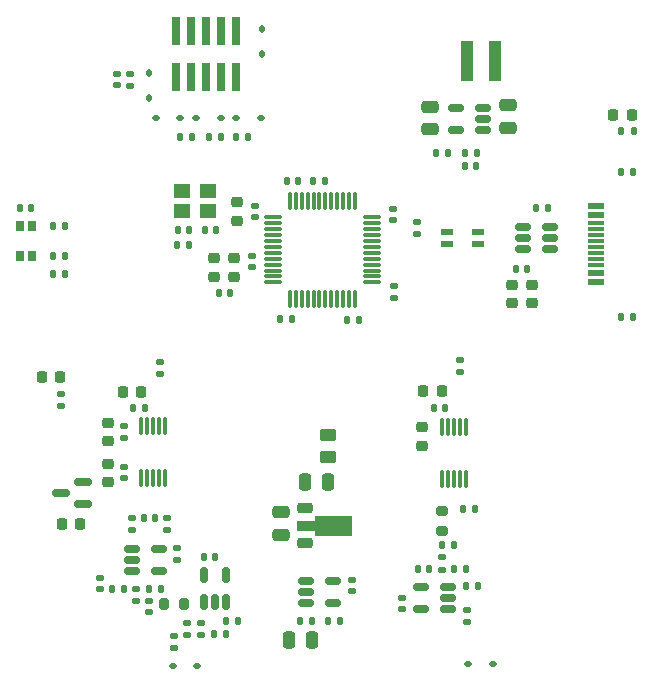
<source format=gtp>
%TF.GenerationSoftware,KiCad,Pcbnew,8.0.4+dfsg-1*%
%TF.CreationDate,2024-08-03T22:50:01-04:00*%
%TF.ProjectId,Mixed-Signal_Demo_PCB,4d697865-642d-4536-9967-6e616c5f4465,rev?*%
%TF.SameCoordinates,Original*%
%TF.FileFunction,Paste,Top*%
%TF.FilePolarity,Positive*%
%FSLAX46Y46*%
G04 Gerber Fmt 4.6, Leading zero omitted, Abs format (unit mm)*
G04 Created by KiCad (PCBNEW 8.0.4+dfsg-1) date 2024-08-03 22:50:01*
%MOMM*%
%LPD*%
G01*
G04 APERTURE LIST*
G04 Aperture macros list*
%AMRoundRect*
0 Rectangle with rounded corners*
0 $1 Rounding radius*
0 $2 $3 $4 $5 $6 $7 $8 $9 X,Y pos of 4 corners*
0 Add a 4 corners polygon primitive as box body*
4,1,4,$2,$3,$4,$5,$6,$7,$8,$9,$2,$3,0*
0 Add four circle primitives for the rounded corners*
1,1,$1+$1,$2,$3*
1,1,$1+$1,$4,$5*
1,1,$1+$1,$6,$7*
1,1,$1+$1,$8,$9*
0 Add four rect primitives between the rounded corners*
20,1,$1+$1,$2,$3,$4,$5,0*
20,1,$1+$1,$4,$5,$6,$7,0*
20,1,$1+$1,$6,$7,$8,$9,0*
20,1,$1+$1,$8,$9,$2,$3,0*%
%AMFreePoly0*
4,1,9,3.862500,-0.866500,0.737500,-0.866500,0.737500,-0.450000,-0.737500,-0.450000,-0.737500,0.450000,0.737500,0.450000,0.737500,0.866500,3.862500,0.866500,3.862500,-0.866500,3.862500,-0.866500,$1*%
G04 Aperture macros list end*
%ADD10RoundRect,0.075000X0.075000X-0.650000X0.075000X0.650000X-0.075000X0.650000X-0.075000X-0.650000X0*%
%ADD11R,1.050000X0.600000*%
%ADD12RoundRect,0.135000X-0.185000X0.135000X-0.185000X-0.135000X0.185000X-0.135000X0.185000X0.135000X0*%
%ADD13RoundRect,0.140000X-0.140000X-0.170000X0.140000X-0.170000X0.140000X0.170000X-0.140000X0.170000X0*%
%ADD14RoundRect,0.135000X-0.135000X-0.185000X0.135000X-0.185000X0.135000X0.185000X-0.135000X0.185000X0*%
%ADD15RoundRect,0.140000X-0.170000X0.140000X-0.170000X-0.140000X0.170000X-0.140000X0.170000X0.140000X0*%
%ADD16RoundRect,0.135000X0.135000X0.185000X-0.135000X0.185000X-0.135000X-0.185000X0.135000X-0.185000X0*%
%ADD17RoundRect,0.140000X0.140000X0.170000X-0.140000X0.170000X-0.140000X-0.170000X0.140000X-0.170000X0*%
%ADD18RoundRect,0.250000X0.250000X0.475000X-0.250000X0.475000X-0.250000X-0.475000X0.250000X-0.475000X0*%
%ADD19RoundRect,0.225000X0.225000X0.250000X-0.225000X0.250000X-0.225000X-0.250000X0.225000X-0.250000X0*%
%ADD20RoundRect,0.150000X0.512500X0.150000X-0.512500X0.150000X-0.512500X-0.150000X0.512500X-0.150000X0*%
%ADD21RoundRect,0.225000X-0.250000X0.225000X-0.250000X-0.225000X0.250000X-0.225000X0.250000X0.225000X0*%
%ADD22RoundRect,0.112500X-0.187500X-0.112500X0.187500X-0.112500X0.187500X0.112500X-0.187500X0.112500X0*%
%ADD23RoundRect,0.150000X0.587500X0.150000X-0.587500X0.150000X-0.587500X-0.150000X0.587500X-0.150000X0*%
%ADD24RoundRect,0.225000X0.250000X-0.225000X0.250000X0.225000X-0.250000X0.225000X-0.250000X-0.225000X0*%
%ADD25RoundRect,0.112500X0.187500X0.112500X-0.187500X0.112500X-0.187500X-0.112500X0.187500X-0.112500X0*%
%ADD26RoundRect,0.135000X0.185000X-0.135000X0.185000X0.135000X-0.185000X0.135000X-0.185000X-0.135000X0*%
%ADD27RoundRect,0.150000X-0.512500X-0.150000X0.512500X-0.150000X0.512500X0.150000X-0.512500X0.150000X0*%
%ADD28RoundRect,0.140000X0.170000X-0.140000X0.170000X0.140000X-0.170000X0.140000X-0.170000X-0.140000X0*%
%ADD29RoundRect,0.225000X-0.225000X-0.250000X0.225000X-0.250000X0.225000X0.250000X-0.225000X0.250000X0*%
%ADD30RoundRect,0.150000X0.150000X-0.512500X0.150000X0.512500X-0.150000X0.512500X-0.150000X-0.512500X0*%
%ADD31RoundRect,0.218750X0.218750X0.256250X-0.218750X0.256250X-0.218750X-0.256250X0.218750X-0.256250X0*%
%ADD32R,1.450000X0.600000*%
%ADD33R,1.450000X0.300000*%
%ADD34R,0.980000X3.400000*%
%ADD35RoundRect,0.112500X0.112500X-0.187500X0.112500X0.187500X-0.112500X0.187500X-0.112500X-0.187500X0*%
%ADD36RoundRect,0.250000X0.475000X-0.250000X0.475000X0.250000X-0.475000X0.250000X-0.475000X-0.250000X0*%
%ADD37RoundRect,0.200000X0.200000X0.275000X-0.200000X0.275000X-0.200000X-0.275000X0.200000X-0.275000X0*%
%ADD38RoundRect,0.250000X-0.475000X0.250000X-0.475000X-0.250000X0.475000X-0.250000X0.475000X0.250000X0*%
%ADD39RoundRect,0.225000X-0.425000X-0.225000X0.425000X-0.225000X0.425000X0.225000X-0.425000X0.225000X0*%
%ADD40FreePoly0,0.000000*%
%ADD41R,0.750000X0.950000*%
%ADD42RoundRect,0.075000X-0.662500X-0.075000X0.662500X-0.075000X0.662500X0.075000X-0.662500X0.075000X0*%
%ADD43RoundRect,0.075000X-0.075000X-0.662500X0.075000X-0.662500X0.075000X0.662500X-0.075000X0.662500X0*%
%ADD44R,1.400000X1.200000*%
%ADD45RoundRect,0.147500X0.147500X0.172500X-0.147500X0.172500X-0.147500X-0.172500X0.147500X-0.172500X0*%
%ADD46RoundRect,0.250000X-0.450000X0.262500X-0.450000X-0.262500X0.450000X-0.262500X0.450000X0.262500X0*%
%ADD47R,0.740000X2.400000*%
%ADD48RoundRect,0.200000X-0.275000X0.200000X-0.275000X-0.200000X0.275000X-0.200000X0.275000X0.200000X0*%
G04 APERTURE END LIST*
D10*
%TO.C,U403*%
X100939466Y-100409466D03*
X101439467Y-100409466D03*
X101939466Y-100409466D03*
X102439465Y-100409466D03*
X102939466Y-100409466D03*
X102939466Y-96009466D03*
X102439465Y-96009466D03*
X101939466Y-96009466D03*
X101439467Y-96009466D03*
X100939466Y-96009466D03*
%TD*%
D11*
%TO.C,FL301*%
X129450000Y-80560000D03*
X129450000Y-79560000D03*
X126800000Y-79560000D03*
X126800000Y-80560000D03*
%TD*%
D12*
%TO.C,R505*%
X127904466Y-90404467D03*
X127904466Y-91424465D03*
%TD*%
D13*
%TO.C,C401*%
X101620000Y-109750000D03*
X102580000Y-109750000D03*
%TD*%
D14*
%TO.C,R203*%
X114364467Y-112454466D03*
X115384465Y-112454466D03*
%TD*%
D15*
%TO.C,C304*%
X122250000Y-77570000D03*
X122250000Y-78530000D03*
%TD*%
D14*
%TO.C,R401*%
X108090001Y-112500000D03*
X109109999Y-112500000D03*
%TD*%
D13*
%TO.C,C305*%
X113270000Y-75200000D03*
X114230000Y-75200000D03*
%TD*%
D16*
%TO.C,R304*%
X142559999Y-74475000D03*
X141540001Y-74475000D03*
%TD*%
D14*
%TO.C,R312*%
X104240001Y-71500000D03*
X105259999Y-71500000D03*
%TD*%
D15*
%TO.C,C410*%
X99489466Y-96004466D03*
X99489466Y-96964466D03*
%TD*%
D17*
%TO.C,C501*%
X125304464Y-108109466D03*
X124344464Y-108109466D03*
%TD*%
D18*
%TO.C,C206*%
X115384465Y-114115534D03*
X113484467Y-114115534D03*
%TD*%
D19*
%TO.C,C412*%
X100939466Y-93059466D03*
X99389466Y-93059466D03*
%TD*%
D14*
%TO.C,R204*%
X128340000Y-72830166D03*
X129360000Y-72830166D03*
%TD*%
D20*
%TO.C,U302*%
X135542500Y-81009999D03*
X135542500Y-80060000D03*
X135542500Y-79110001D03*
X133267500Y-79110001D03*
X133267500Y-80060000D03*
X133267500Y-81009999D03*
%TD*%
D21*
%TO.C,C507*%
X124704466Y-96089466D03*
X124704466Y-97639466D03*
%TD*%
D22*
%TO.C,D305*%
X102140001Y-69900000D03*
X104240001Y-69900000D03*
%TD*%
D13*
%TO.C,C404*%
X107134466Y-113604466D03*
X108094466Y-113604466D03*
%TD*%
D23*
%TO.C,U404*%
X95976966Y-102584466D03*
X95976966Y-100684466D03*
X94101965Y-101634466D03*
%TD*%
D14*
%TO.C,R202*%
X116744466Y-112464466D03*
X117764466Y-112464466D03*
%TD*%
D24*
%TO.C,C301*%
X109024466Y-78579467D03*
X109024466Y-77029467D03*
%TD*%
D12*
%TO.C,R504*%
X128539466Y-111554467D03*
X128539466Y-112574465D03*
%TD*%
D25*
%TO.C,D501*%
X130739466Y-116089466D03*
X128639466Y-116089466D03*
%TD*%
D22*
%TO.C,D304*%
X105550000Y-69900000D03*
X107650000Y-69900000D03*
%TD*%
D26*
%TO.C,R307*%
X122374466Y-85164466D03*
X122374466Y-84144468D03*
%TD*%
D27*
%TO.C,U202*%
X114906966Y-109061966D03*
X114906966Y-110011966D03*
X114906966Y-110961966D03*
X117181966Y-110961966D03*
X117181966Y-109061966D03*
%TD*%
D28*
%TO.C,C302*%
X110524466Y-78284467D03*
X110524466Y-77324467D03*
%TD*%
D13*
%TO.C,C505*%
X126419464Y-106059465D03*
X127379464Y-106059465D03*
%TD*%
D29*
%TO.C,C502*%
X124829466Y-93014466D03*
X126379466Y-93014466D03*
%TD*%
D14*
%TO.C,R503*%
X127440001Y-108109466D03*
X128459999Y-108109466D03*
%TD*%
D16*
%TO.C,R405*%
X99449465Y-109789466D03*
X98429467Y-109789466D03*
%TD*%
D12*
%TO.C,R306*%
X124275000Y-78670001D03*
X124275000Y-79689999D03*
%TD*%
D17*
%TO.C,C411*%
X101219466Y-94409466D03*
X100259466Y-94409466D03*
%TD*%
D30*
%TO.C,U401*%
X106214467Y-110851966D03*
X107164466Y-110851966D03*
X108114465Y-110851966D03*
X108114465Y-108576966D03*
X106214467Y-108576966D03*
%TD*%
D19*
%TO.C,C414*%
X95739466Y-104234466D03*
X94189466Y-104234466D03*
%TD*%
D13*
%TO.C,C503*%
X125699466Y-94414466D03*
X126659466Y-94414466D03*
%TD*%
D16*
%TO.C,R313*%
X94500000Y-81550000D03*
X93480002Y-81550000D03*
%TD*%
%TO.C,R301*%
X116519998Y-75200000D03*
X115500000Y-75200000D03*
%TD*%
D26*
%TO.C,R410*%
X102500000Y-91559999D03*
X102500000Y-90540001D03*
%TD*%
D16*
%TO.C,R311*%
X107659999Y-71500000D03*
X106640001Y-71500000D03*
%TD*%
D31*
%TO.C,D201*%
X142487500Y-69600000D03*
X140912500Y-69600000D03*
%TD*%
D16*
%TO.C,R308*%
X94459999Y-79050000D03*
X93440001Y-79050000D03*
%TD*%
D25*
%TO.C,D303*%
X111050000Y-69900000D03*
X108950000Y-69900000D03*
%TD*%
D12*
%TO.C,R409*%
X94100000Y-93280002D03*
X94100000Y-94300000D03*
%TD*%
D32*
%TO.C,J301*%
X139454466Y-83804466D03*
X139454466Y-83004466D03*
D33*
X139454466Y-81804466D03*
X139454466Y-80804466D03*
X139454466Y-80304466D03*
X139454466Y-79304466D03*
D32*
X139454466Y-78104466D03*
X139454466Y-77304466D03*
X139454466Y-77304466D03*
X139454466Y-78104466D03*
D33*
X139454466Y-78804466D03*
X139454466Y-79804466D03*
X139454466Y-81304466D03*
X139454466Y-82304466D03*
D32*
X139454466Y-83004466D03*
X139454466Y-83804466D03*
%TD*%
D28*
%TO.C,C306*%
X110315000Y-82530000D03*
X110315000Y-81570000D03*
%TD*%
D13*
%TO.C,C506*%
X128470000Y-109550000D03*
X129430000Y-109550000D03*
%TD*%
D21*
%TO.C,C409*%
X98139466Y-95709466D03*
X98139466Y-97259466D03*
%TD*%
D13*
%TO.C,C408*%
X101170000Y-103750000D03*
X102130000Y-103750000D03*
%TD*%
D14*
%TO.C,R506*%
X128190000Y-103000000D03*
X129210000Y-103000000D03*
%TD*%
D34*
%TO.C,L202*%
X128479998Y-65050000D03*
X130850000Y-65050000D03*
%TD*%
D28*
%TO.C,C416*%
X99514466Y-100389466D03*
X99514466Y-99429466D03*
%TD*%
D26*
%TO.C,R408*%
X103125000Y-104759999D03*
X103125000Y-103740001D03*
%TD*%
D35*
%TO.C,D302*%
X111194466Y-64484466D03*
X111194466Y-62384466D03*
%TD*%
D36*
%TO.C,C205*%
X112751966Y-105174465D03*
X112751966Y-103274467D03*
%TD*%
D12*
%TO.C,R502*%
X126424464Y-107099467D03*
X126424464Y-108119465D03*
%TD*%
D28*
%TO.C,C313*%
X98900000Y-67130000D03*
X98900000Y-66170000D03*
%TD*%
D26*
%TO.C,R402*%
X103664466Y-114764465D03*
X103664466Y-113744467D03*
%TD*%
D24*
%TO.C,C308*%
X107115000Y-83325000D03*
X107115000Y-81775000D03*
%TD*%
D28*
%TO.C,C403*%
X103939466Y-107294466D03*
X103939466Y-106334466D03*
%TD*%
D20*
%TO.C,U203*%
X129864466Y-70929465D03*
X129864466Y-69979466D03*
X129864466Y-69029467D03*
X127589466Y-69029467D03*
X127589466Y-70929465D03*
%TD*%
D18*
%TO.C,C204*%
X116701965Y-100674466D03*
X114801967Y-100674466D03*
%TD*%
D37*
%TO.C,R403*%
X104525000Y-111000000D03*
X102875000Y-111000000D03*
%TD*%
D12*
%TO.C,R314*%
X99950000Y-66140001D03*
X99950000Y-67159999D03*
%TD*%
D25*
%TO.C,D401*%
X105689466Y-116289466D03*
X103589466Y-116289466D03*
%TD*%
D17*
%TO.C,C303*%
X119330000Y-87000000D03*
X118370000Y-87000000D03*
%TD*%
D38*
%TO.C,C208*%
X132000000Y-68800001D03*
X132000000Y-70699999D03*
%TD*%
D24*
%TO.C,C307*%
X108815000Y-83325000D03*
X108815000Y-81775000D03*
%TD*%
D17*
%TO.C,C402*%
X107180000Y-107050000D03*
X106220000Y-107050000D03*
%TD*%
D28*
%TO.C,C201*%
X118814466Y-109974466D03*
X118814466Y-109014466D03*
%TD*%
%TO.C,C405*%
X105964466Y-113634466D03*
X105964466Y-112674466D03*
%TD*%
D21*
%TO.C,C203*%
X132325000Y-84000000D03*
X132325000Y-85550000D03*
%TD*%
D12*
%TO.C,R407*%
X104789466Y-112644467D03*
X104789466Y-113664465D03*
%TD*%
D15*
%TO.C,C504*%
X123049464Y-110504465D03*
X123049464Y-111464465D03*
%TD*%
D27*
%TO.C,U402*%
X100151966Y-106351967D03*
X100151966Y-107301966D03*
X100151966Y-108251965D03*
X102426966Y-108251965D03*
X102426966Y-106351967D03*
%TD*%
D39*
%TO.C,U201*%
X114789466Y-102899466D03*
D40*
X114876967Y-104399466D03*
D39*
X114789466Y-105899466D03*
%TD*%
D13*
%TO.C,C310*%
X104010000Y-79400000D03*
X104970000Y-79400000D03*
%TD*%
D14*
%TO.C,R206*%
X125907321Y-72830166D03*
X126927321Y-72830166D03*
%TD*%
D19*
%TO.C,C413*%
X94075000Y-91855002D03*
X92525000Y-91855002D03*
%TD*%
D41*
%TO.C,D301*%
X90665001Y-81575000D03*
X90665001Y-79025000D03*
X91715001Y-79025000D03*
X91715001Y-81575000D03*
%TD*%
D13*
%TO.C,C312*%
X90660001Y-77475000D03*
X91620001Y-77475000D03*
%TD*%
D15*
%TO.C,C406*%
X101625000Y-110795000D03*
X101625000Y-111755000D03*
%TD*%
D14*
%TO.C,R205*%
X141590001Y-70950000D03*
X142609999Y-70950000D03*
%TD*%
D20*
%TO.C,U501*%
X126911964Y-111471965D03*
X126911964Y-110521966D03*
X126911964Y-109571967D03*
X124636964Y-109571967D03*
X124636964Y-111471965D03*
%TD*%
D14*
%TO.C,R302*%
X112690000Y-86950000D03*
X113710000Y-86950000D03*
%TD*%
D38*
%TO.C,C207*%
X125400000Y-68950001D03*
X125400000Y-70849999D03*
%TD*%
D42*
%TO.C,U301*%
X112111966Y-78304467D03*
X112111966Y-78804467D03*
X112111966Y-79304467D03*
X112111966Y-79804467D03*
X112111966Y-80304467D03*
X112111966Y-80804467D03*
X112111966Y-81304467D03*
X112111966Y-81804467D03*
X112111966Y-82304467D03*
X112111966Y-82804467D03*
X112111966Y-83304467D03*
X112111966Y-83804467D03*
D43*
X113524466Y-85216967D03*
X114024466Y-85216967D03*
X114524466Y-85216967D03*
X115024466Y-85216967D03*
X115524466Y-85216967D03*
X116024466Y-85216967D03*
X116524466Y-85216967D03*
X117024466Y-85216967D03*
X117524466Y-85216967D03*
X118024466Y-85216967D03*
X118524466Y-85216967D03*
X119024466Y-85216967D03*
D42*
X120436966Y-83804467D03*
X120436966Y-83304467D03*
X120436966Y-82804467D03*
X120436966Y-82304467D03*
X120436966Y-81804467D03*
X120436966Y-81304467D03*
X120436966Y-80804467D03*
X120436966Y-80304467D03*
X120436966Y-79804467D03*
X120436966Y-79304467D03*
X120436966Y-78804467D03*
X120436966Y-78304467D03*
D43*
X119024466Y-76891967D03*
X118524466Y-76891967D03*
X118024466Y-76891967D03*
X117524466Y-76891967D03*
X117024466Y-76891967D03*
X116524466Y-76891967D03*
X116024466Y-76891967D03*
X115524466Y-76891967D03*
X115024466Y-76891967D03*
X114524466Y-76891967D03*
X114024466Y-76891967D03*
X113524466Y-76891967D03*
%TD*%
D24*
%TO.C,C415*%
X98139466Y-100709466D03*
X98139466Y-99159466D03*
%TD*%
D44*
%TO.C,Y301*%
X106570000Y-76050000D03*
X104370000Y-76050000D03*
X104370000Y-77750000D03*
X106570000Y-77750000D03*
%TD*%
D45*
%TO.C,L201*%
X133635000Y-82700000D03*
X132665000Y-82700000D03*
%TD*%
D46*
%TO.C,R201*%
X116726966Y-96736966D03*
X116726966Y-98561966D03*
%TD*%
D16*
%TO.C,R310*%
X94459999Y-83100000D03*
X93440001Y-83100000D03*
%TD*%
D28*
%TO.C,C407*%
X97400000Y-109780000D03*
X97400000Y-108820000D03*
%TD*%
D17*
%TO.C,C309*%
X107260000Y-79360000D03*
X106300000Y-79360000D03*
%TD*%
%TO.C,C209*%
X129280000Y-73950000D03*
X128320000Y-73950000D03*
%TD*%
D21*
%TO.C,C202*%
X133975000Y-84000000D03*
X133975000Y-85550000D03*
%TD*%
D14*
%TO.C,R305*%
X103960000Y-80650000D03*
X104980000Y-80650000D03*
%TD*%
D26*
%TO.C,R406*%
X100125000Y-104759999D03*
X100125000Y-103740001D03*
%TD*%
D45*
%TO.C,L301*%
X108450000Y-84700000D03*
X107480000Y-84700000D03*
%TD*%
D35*
%TO.C,D306*%
X101550000Y-68200000D03*
X101550000Y-66100000D03*
%TD*%
D17*
%TO.C,C311*%
X135330000Y-77525000D03*
X134370000Y-77525000D03*
%TD*%
D16*
%TO.C,R303*%
X142559999Y-86750000D03*
X141540001Y-86750000D03*
%TD*%
D26*
%TO.C,R404*%
X100525000Y-110784999D03*
X100525000Y-109765001D03*
%TD*%
D10*
%TO.C,U502*%
X126404466Y-100489466D03*
X126904467Y-100489466D03*
X127404466Y-100489466D03*
X127904465Y-100489466D03*
X128404466Y-100489466D03*
X128404466Y-96089466D03*
X127904465Y-96089466D03*
X127404466Y-96089466D03*
X126904467Y-96089466D03*
X126404466Y-96089466D03*
%TD*%
D14*
%TO.C,R309*%
X108940001Y-71500000D03*
X109959999Y-71500000D03*
%TD*%
D47*
%TO.C,J302*%
X108934466Y-62484466D03*
X108934466Y-66384466D03*
X107664466Y-62484466D03*
X107664466Y-66384466D03*
X106394466Y-62484466D03*
X106394466Y-66384466D03*
X105124466Y-62484466D03*
X105124466Y-66384466D03*
X103854466Y-62484466D03*
X103854466Y-66384466D03*
%TD*%
D48*
%TO.C,R501*%
X126400000Y-103175000D03*
X126400000Y-104825000D03*
%TD*%
M02*

</source>
